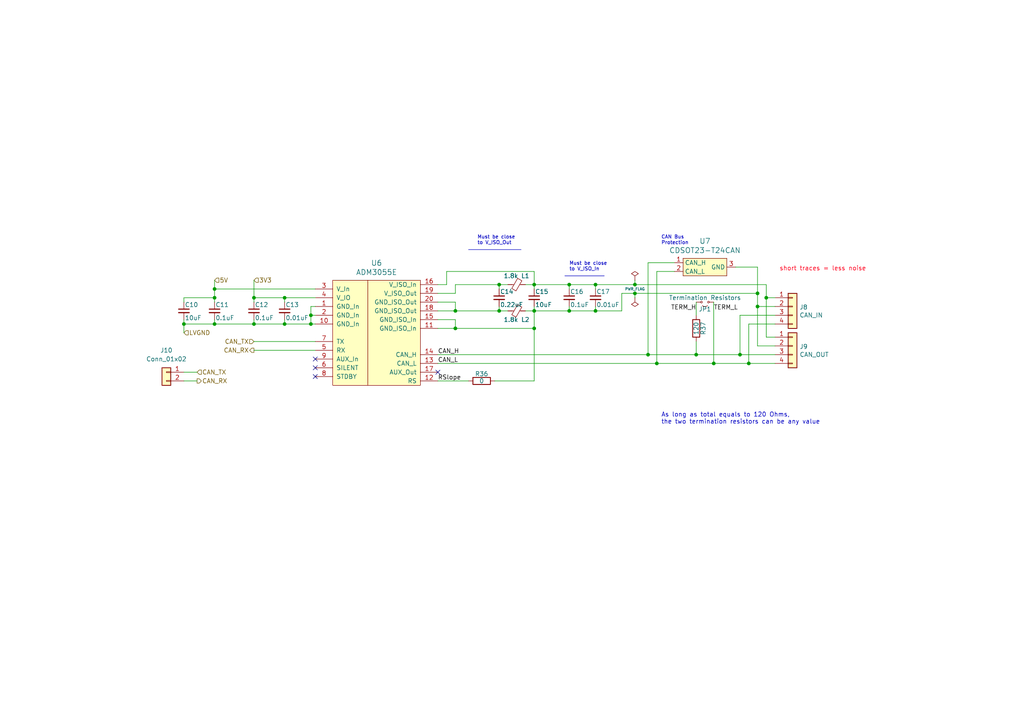
<source format=kicad_sch>
(kicad_sch (version 20250114) (generator "eeschema") (generator_version "9.0")
  (paper "A4")
  (lib_symbols
    (symbol "Connector_Generic:Conn_01x02" (pin_names (offset 1.016) (hide yes))
      (property "Reference" "J" (at 0 2.54 0))
      (property "Value" "Conn_01x02" (at 0 -5.08 0))
      (symbol "Conn_01x02_1_1"
        (rectangle (start -1.27 1.27) (end 1.27 -3.81) (stroke (width 0.254)) (fill (type background)))
        (rectangle (start -1.27 0.127) (end 0 -0.127) (stroke (width 0.1524)))
        (rectangle (start -1.27 -2.413) (end 0 -2.667) (stroke (width 0.1524)))
        (pin passive line (at -5.08 0 0) (length 3.81) (name "Pin_1") (number "1"))
        (pin passive line (at -5.08 -2.54 0) (length 3.81) (name "Pin_2") (number "2"))
      )
    )
    (symbol "Connector_Generic:Conn_01x04" (pin_names (offset 1.016) (hide yes))
      (property "Reference" "J" (at 0 5.08 0))
      (property "Value" "Conn_01x04" (at 0 -7.62 0))
      (symbol "Conn_01x04_1_1"
        (rectangle (start -1.27 3.81) (end 1.27 -6.35) (stroke (width 0.254)) (fill (type background)))
        (rectangle (start -1.27 2.667) (end 0 2.413) (stroke (width 0.1524)))
        (rectangle (start -1.27 0.127) (end 0 -0.127) (stroke (width 0.1524)))
        (rectangle (start -1.27 -2.413) (end 0 -2.667) (stroke (width 0.1524)))
        (rectangle (start -1.27 -4.953) (end 0 -5.207) (stroke (width 0.1524)))
        (pin passive line (at -5.08 2.54 0) (length 3.81) (name "Pin_1") (number "1"))
        (pin passive line (at -5.08 0 0) (length 3.81) (name "Pin_2") (number "2"))
        (pin passive line (at -5.08 -2.54 0) (length 3.81) (name "Pin_3") (number "3"))
        (pin passive line (at -5.08 -5.08 0) (length 3.81) (name "Pin_4") (number "4"))
      )
    )
    (symbol "Device:C_Small" (pin_numbers (hide yes)) (pin_names (offset 0.254) (hide yes))
      (property "Reference" "C" (at 0.254 1.778 0))
      (property "Value" "C_Small" (at 0.254 -2.032 0))
      (symbol "C_Small_0_1"
        (polyline (pts (xy -1.524 0.508) (xy 1.524 0.508)) (stroke (width 0.3048)))
        (polyline (pts (xy -1.524 -0.508) (xy 1.524 -0.508)) (stroke (width 0.3302)))
      )
      (symbol "C_Small_1_1"
        (pin passive line (at 0 2.54 270) (length 2.032) (name "~") (number "1"))
        (pin passive line (at 0 -2.54 90) (length 2.032) (name "~") (number "2"))
      )
    )
    (symbol "Device:FerriteBead_Small" (pin_numbers (hide yes)) (pin_names (offset 0))
      (property "Reference" "FB" (at 1.905 1.27 0))
      (property "Value" "FerriteBead_Small" (at 1.905 -1.27 0))
      (symbol "FerriteBead_Small_0_1"
        (polyline (pts (xy -1.8288 0.2794) (xy -1.1176 1.4986) (xy 1.8288 -0.2032) (xy 1.1176 -1.4224) (xy -1.8288 0.2794)))
        (polyline (pts (xy 0 0.889) (xy 0 1.2954)))
        (polyline (pts (xy 0 -1.27) (xy 0 -0.7874)))
      )
      (symbol "FerriteBead_Small_1_1"
        (pin passive line (at 0 2.54 270) (length 1.27) (name "~") (number "1"))
        (pin passive line (at 0 -2.54 90) (length 1.27) (name "~") (number "2"))
      )
    )
    (symbol "Device:R" (pin_numbers (hide yes)) (pin_names (offset 0))
      (property "Reference" "R" (at 2.032 0 90))
      (property "Value" "R" (at 0 0 90))
      (symbol "R_0_1"
        (rectangle (start -1.016 -2.54) (end 1.016 2.54) (stroke (width 0.254)))
      )
      (symbol "R_1_1"
        (pin passive line (at 0 3.81 270) (length 1.27) (name "~") (number "1"))
        (pin passive line (at 0 -3.81 90) (length 1.27) (name "~") (number "2"))
      )
    )
    (symbol "Jumper:Jumper_2_Small_Open" (pin_numbers (hide yes)) (pin_names (offset 0) (hide yes)) (exclude_from_sim yes)
      (property "Reference" "JP" (at 0 2.794 0))
      (property "Value" "Jumper_2_Small_Open" (at 0 -2.286 0))
      (symbol "Jumper_2_Small_Open_0_0"
        (circle (center -1.016 0) (radius 0.254))
        (circle (center 1.016 0) (radius 0.254))
      )
      (symbol "Jumper_2_Small_Open_0_1"
        (arc (start -0.762 1.0196) (mid 0 1.2729) (end 0.762 1.0196))
      )
      (symbol "Jumper_2_Small_Open_1_1"
        (pin passive line (at -2.54 0 0) (length 1.27) (name "A") (number "1"))
        (pin passive line (at 2.54 0 180) (length 1.27) (name "B") (number "2"))
      )
    )
    (symbol "power:PWR_FLAG" (power) (pin_numbers (hide yes)) (pin_names (offset 0) (hide yes))
      (property "Value" "PWR_FLAG" (at 0 3.81 0))
      (symbol "PWR_FLAG_0_0"
        (pin power_out line (at 0 0 90) (length 0) (name "~") (number "1"))
      )
      (symbol "PWR_FLAG_0_1"
        (polyline (pts (xy 0 0) (xy 0 1.27) (xy -1.016 1.905) (xy 0 2.54) (xy 1.016 1.905) (xy 0 1.27)))
      )
    )
    (symbol "utsvt-chips:ADM3055E" (pin_names (offset 1.016))
      (property "Reference" "U" (at 0 16.51 0))
      (property "Value" "ADM3055E" (at 5.08 -2.54 0))
      (symbol "ADM3055E_0_1"
        (rectangle (start -12.7 15.24) (end 12.7 -15.24) (fill (type background)))
        (polyline (pts (xy -2.54 15.24) (xy -2.54 -15.24)))
      )
      (symbol "ADM3055E_1_1"
        (pin power_in line (at -17.78 12.7 0) (length 5.08) (name "V_In") (number "3"))
        (pin power_in line (at -17.78 10.16 0) (length 5.08) (name "V_IO") (number "4"))
        (pin power_in line (at -17.78 7.62 0) (length 5.08) (name "GND_In") (number "1"))
        (pin power_in line (at -17.78 5.08 0) (length 5.08) (name "GND_In") (number "2"))
        (pin power_in line (at -17.78 2.54 0) (length 5.08) (name "GND_In") (number "10"))
        (pin input line (at -17.78 -2.54 0) (length 5.08) (name "TX") (number "7"))
        (pin output line (at -17.78 -5.08 0) (length 5.08) (name "RX") (number "5"))
        (pin input line (at -17.78 -7.62 0) (length 5.08) (name "AUX_In") (number "9"))
        (pin input line (at -17.78 -10.16 0) (length 5.08) (name "SILENT") (number "6"))
        (pin input line (at -17.78 -12.7 0) (length 5.08) (name "STDBY") (number "8"))
        (pin power_in line (at 17.78 13.97 180) (length 5.08) (name "V_ISO_In") (number "16"))
        (pin power_out line (at 17.78 11.43 180) (length 5.08) (name "V_ISO_Out") (number "19"))
        (pin power_out line (at 17.78 8.89 180) (length 5.08) (name "GND_ISO_Out") (number "20"))
        (pin power_out line (at 17.78 6.35 180) (length 5.08) (name "GND_ISO_Out") (number "18"))
        (pin power_in line (at 17.78 3.81 180) (length 5.08) (name "GND_ISO_In") (number "15"))
        (pin power_in line (at 17.78 1.27 180) (length 5.08) (name "GND_ISO_In") (number "11"))
        (pin bidirectional line (at 17.78 -6.35 180) (length 5.08) (name "CAN_H") (number "14"))
        (pin bidirectional line (at 17.78 -8.89 180) (length 5.08) (name "CAN_L") (number "13"))
        (pin output line (at 17.78 -11.43 180) (length 5.08) (name "AUX_Out") (number "17"))
        (pin input line (at 17.78 -13.97 180) (length 5.08) (name "RS") (number "12"))
      )
    )
    (symbol "utsvt-chips:CDSOT23-T24CAN"
      (property "Reference" "U" (at 0 -3.81 0))
      (property "Value" "CDSOT23-T24CAN" (at 0 3.81 0))
      (symbol "CDSOT23-T24CAN_0_1"
        (rectangle (start 6.35 2.54) (end -6.35 -2.54) (fill (type background)))
      )
      (symbol "CDSOT23-T24CAN_1_1"
        (pin passive line (at -8.89 1.27 0) (length 2.54) (name "CAN_H") (number "1"))
        (pin passive line (at -8.89 -1.27 0) (length 2.54) (name "CAN_L") (number "2"))
        (pin passive line (at 8.89 0 180) (length 2.54) (name "GND") (number "3"))
      )
    )
  )
  (text "As long as total equals to 120 Ohms,\nthe two termination resistors can be any value" (at 191.77 123.19 0) (effects (font (size 1.27 1.27)) (justify left bottom)))
  (text "short traces = less noise" (at 226.06 78.74 0) (effects (font (size 1.27 1.27)) (justify left bottom)))
  (text "Must be close\nto V_ISO_Out" (at 138.43 71.12 0) (effects (font (size 1.016 1.016)) (justify left bottom)))
  (text "Must be close\nto V_ISO_In" (at 165.1 78.74 0) (effects (font (size 1.016 1.016)) (justify left bottom)))
  (text "CAN Bus\nProtection" (at 191.77 71.12 0) (effects (font (size 1.016 1.016)) (justify left bottom)))
  (junction (at 73.66 86.36))
  (junction (at 90.17 93.98))
  (junction (at 82.55 93.98))
  (junction (at 132.08 90.17))
  (junction (at 62.23 86.36))
  (junction (at 217.17 105.41))
  (junction (at 219.71 85.09))
  (junction (at 154.94 95.25))
  (junction (at 214.63 102.87))
  (junction (at 165.1 82.55))
  (junction (at 62.23 93.98))
  (junction (at 184.15 82.55))
  (junction (at 73.66 93.98))
  (junction (at 53.34 93.98))
  (junction (at 172.72 90.17))
  (junction (at 82.55 86.36))
  (junction (at 62.23 83.82))
  (junction (at 219.71 88.9))
  (junction (at 201.93 102.87))
  (junction (at 154.94 82.55))
  (junction (at 172.72 82.55))
  (junction (at 187.96 102.87))
  (junction (at 144.78 90.17))
  (junction (at 222.25 86.36))
  (junction (at 184.15 85.09))
  (junction (at 190.5 105.41))
  (junction (at 207.01 105.41))
  (junction (at 154.94 90.17))
  (junction (at 144.78 82.55))
  (junction (at 165.1 90.17))
  (junction (at 90.17 91.44))
  (junction (at 132.08 95.25))
  (no_connect (at 127 107.95))
  (no_connect (at 91.44 109.22))
  (no_connect (at 91.44 106.68))
  (no_connect (at 91.44 104.14))
  (wire (pts (xy 222.25 86.36) (xy 222.25 97.79)))
  (wire (pts (xy 224.79 86.36) (xy 222.25 86.36)))
  (wire (pts (xy 154.94 90.17) (xy 165.1 90.17)))
  (wire (pts (xy 129.54 78.74) (xy 154.94 78.74)))
  (wire (pts (xy 53.34 86.36) (xy 62.23 86.36)))
  (wire (pts (xy 62.23 81.28) (xy 62.23 83.82)))
  (wire (pts (xy 195.58 78.74) (xy 190.5 78.74)))
  (wire (pts (xy 132.08 85.09) (xy 127 85.09)))
  (wire (pts (xy 172.72 82.55) (xy 184.15 82.55)))
  (wire (pts (xy 53.34 93.98) (xy 62.23 93.98)))
  (wire (pts (xy 143.51 110.49) (xy 154.94 110.49)))
  (wire (pts (xy 82.55 93.98) (xy 90.17 93.98)))
  (wire (pts (xy 62.23 93.98) (xy 73.66 93.98)))
  (wire (pts (xy 90.17 88.9) (xy 90.17 91.44)))
  (wire (pts (xy 129.54 78.74) (xy 129.54 82.55)))
  (wire (pts (xy 53.34 93.98) (xy 53.34 96.52)))
  (wire (pts (xy 144.78 83.82) (xy 144.78 82.55)))
  (wire (pts (xy 201.93 87.63) (xy 201.93 91.44)))
  (wire (pts (xy 90.17 91.44) (xy 90.17 93.98)))
  (wire (pts (xy 53.34 93.98) (xy 53.34 92.71)))
  (wire (pts (xy 207.01 105.41) (xy 217.17 105.41)))
  (wire (pts (xy 82.55 86.36) (xy 91.44 86.36)))
  (wire (pts (xy 172.72 88.9) (xy 172.72 90.17)))
  (wire (pts (xy 154.94 88.9) (xy 154.94 90.17)))
  (wire (pts (xy 62.23 83.82) (xy 62.23 86.36)))
  (wire (pts (xy 219.71 77.47) (xy 219.71 85.09)))
  (wire (pts (xy 207.01 87.63) (xy 207.01 105.41)))
  (wire (pts (xy 132.08 82.55) (xy 132.08 85.09)))
  (wire (pts (xy 214.63 91.44) (xy 214.63 102.87)))
  (wire (pts (xy 154.94 82.55) (xy 154.94 83.82)))
  (wire (pts (xy 90.17 91.44) (xy 91.44 91.44)))
  (wire (pts (xy 165.1 90.17) (xy 172.72 90.17)))
  (wire (pts (xy 154.94 78.74) (xy 154.94 82.55)))
  (wire (pts (xy 132.08 87.63) (xy 127 87.63)))
  (wire (pts (xy 144.78 90.17) (xy 144.78 88.9)))
  (wire (pts (xy 62.23 86.36) (xy 62.23 87.63)))
  (wire (pts (xy 184.15 86.36) (xy 184.15 85.09)))
  (wire (pts (xy 187.96 102.87) (xy 201.93 102.87)))
  (wire (pts (xy 132.08 95.25) (xy 154.94 95.25)))
  (wire (pts (xy 144.78 90.17) (xy 147.32 90.17)))
  (wire (pts (xy 222.25 97.79) (xy 224.79 97.79)))
  (wire (pts (xy 201.93 102.87) (xy 201.93 99.06)))
  (wire (pts (xy 57.15 107.95) (xy 53.34 107.95)))
  (wire (pts (xy 213.36 77.47) (xy 219.71 77.47)))
  (wire (pts (xy 135.89 110.49) (xy 127 110.49)))
  (wire (pts (xy 184.15 85.09) (xy 219.71 85.09)))
  (wire (pts (xy 132.08 92.71) (xy 127 92.71)))
  (wire (pts (xy 144.78 82.55) (xy 147.32 82.55)))
  (wire (pts (xy 214.63 102.87) (xy 224.79 102.87)))
  (wire (pts (xy 154.94 82.55) (xy 165.1 82.55)))
  (wire (pts (xy 219.71 88.9) (xy 219.71 100.33)))
  (wire (pts (xy 132.08 82.55) (xy 144.78 82.55)))
  (polyline (pts (xy 135.89 72.39) (xy 151.13 72.39)))
  (wire (pts (xy 190.5 105.41) (xy 207.01 105.41)))
  (wire (pts (xy 219.71 100.33) (xy 224.79 100.33)))
  (wire (pts (xy 73.66 92.71) (xy 73.66 93.98)))
  (polyline (pts (xy 163.83 80.01) (xy 175.26 80.01)))
  (wire (pts (xy 152.4 90.17) (xy 154.94 90.17)))
  (wire (pts (xy 127 105.41) (xy 190.5 105.41)))
  (wire (pts (xy 62.23 92.71) (xy 62.23 93.98)))
  (wire (pts (xy 217.17 93.98) (xy 217.17 105.41)))
  (wire (pts (xy 165.1 88.9) (xy 165.1 90.17)))
  (wire (pts (xy 132.08 90.17) (xy 144.78 90.17)))
  (wire (pts (xy 172.72 90.17) (xy 180.34 90.17)))
  (wire (pts (xy 90.17 93.98) (xy 91.44 93.98)))
  (wire (pts (xy 127 90.17) (xy 132.08 90.17)))
  (wire (pts (xy 224.79 91.44) (xy 214.63 91.44)))
  (wire (pts (xy 187.96 76.2) (xy 187.96 102.87)))
  (wire (pts (xy 180.34 90.17) (xy 180.34 85.09)))
  (wire (pts (xy 73.66 101.6) (xy 91.44 101.6)))
  (wire (pts (xy 132.08 87.63) (xy 132.08 90.17)))
  (wire (pts (xy 62.23 83.82) (xy 91.44 83.82)))
  (wire (pts (xy 180.34 85.09) (xy 184.15 85.09)))
  (wire (pts (xy 219.71 85.09) (xy 219.71 88.9)))
  (wire (pts (xy 82.55 86.36) (xy 82.55 87.63)))
  (wire (pts (xy 129.54 82.55) (xy 127 82.55)))
  (wire (pts (xy 165.1 82.55) (xy 172.72 82.55)))
  (wire (pts (xy 152.4 82.55) (xy 154.94 82.55)))
  (wire (pts (xy 222.25 82.55) (xy 222.25 86.36)))
  (wire (pts (xy 53.34 86.36) (xy 53.34 87.63)))
  (wire (pts (xy 217.17 105.41) (xy 224.79 105.41)))
  (wire (pts (xy 224.79 88.9) (xy 219.71 88.9)))
  (wire (pts (xy 127 95.25) (xy 132.08 95.25)))
  (wire (pts (xy 172.72 83.82) (xy 172.72 82.55)))
  (wire (pts (xy 195.58 76.2) (xy 187.96 76.2)))
  (wire (pts (xy 73.66 87.63) (xy 73.66 86.36)))
  (wire (pts (xy 73.66 99.06) (xy 91.44 99.06)))
  (wire (pts (xy 201.93 102.87) (xy 214.63 102.87)))
  (wire (pts (xy 57.15 110.49) (xy 53.34 110.49)))
  (wire (pts (xy 224.79 93.98) (xy 217.17 93.98)))
  (wire (pts (xy 154.94 90.17) (xy 154.94 95.25)))
  (wire (pts (xy 127 102.87) (xy 187.96 102.87)))
  (wire (pts (xy 132.08 92.71) (xy 132.08 95.25)))
  (wire (pts (xy 190.5 78.74) (xy 190.5 105.41)))
  (wire (pts (xy 73.66 86.36) (xy 82.55 86.36)))
  (wire (pts (xy 73.66 93.98) (xy 82.55 93.98)))
  (wire (pts (xy 91.44 88.9) (xy 90.17 88.9)))
  (wire (pts (xy 154.94 110.49) (xy 154.94 95.25)))
  (wire (pts (xy 184.15 82.55) (xy 184.15 81.28)))
  (wire (pts (xy 184.15 82.55) (xy 222.25 82.55)))
  (wire (pts (xy 165.1 83.82) (xy 165.1 82.55)))
  (wire (pts (xy 73.66 81.28) (xy 73.66 86.36)))
  (wire (pts (xy 82.55 93.98) (xy 82.55 92.71)))
  (label "RSlope" (at 127 110.49 0))
  (label "TERM_H" (at 201.93 90.17 180))
  (label "CAN_H" (at 127 102.87 0))
  (label "CAN_L" (at 127 105.41 0))
  (label "TERM_L" (at 207.01 90.17 0))
  (hierarchical_label "CAN_TX" (shape input) (at 57.15 107.95 0))
  (hierarchical_label "CAN_RX" (shape output) (at 73.66 101.6 180))
  (hierarchical_label "3V3" (shape input) (at 73.66 81.28 0))
  (hierarchical_label "LVGND" (shape input) (at 53.34 96.52 0))
  (hierarchical_label "5V" (shape input) (at 62.23 81.28 0))
  (hierarchical_label "CAN_RX" (shape output) (at 57.15 110.49 0))
  (hierarchical_label "CAN_TX" (shape input) (at 73.66 99.06 180))
  (symbol (lib_id "Connector_Generic:Conn_01x04") (at 229.87 100.33 0) (unit 1)
    (property "Reference" "J9" (at 231.902 100.5332 0) (effects (justify left)))
    (property "Value" "CAN_OUT" (at 231.902 102.8446 0) (effects (justify left)))
    (property "Footprint" "utsvt-conn:Molex_MicroFit3.0_1x4xP3.00mm_PolarizingPeg_Vertical" (effects (hide yes)))
    (property "Description" "Generic connector, single row, 01x04, script generated (kicad-library-utils/schlib/autogen/connector/)" (effects (hide yes)))
    (property "P/N" "436500244" (effects (hide yes)))
  )
  (symbol (lib_id "Jumper:Jumper_2_Small_Open") (at 204.47 87.63 180) (unit 1)
    (property "Reference" "JP1" (at 204.47 89.662 0))
    (property "Value" "Termination Resistors" (at 204.47 86.36 0))
    (property "Footprint" "Connector_PinHeader_2.54mm:PinHeader_1x02_P2.54mm_Vertical" (effects (hide yes)))
    (property "Datasheet" "https://www.molex.com/en-us/products/part-detail/436500215" (effects (hide yes)))
  )
  (symbol (lib_id "Device:C_Small") (at 82.55 90.17 0) (unit 1)
    (property "Reference" "C13" (at 82.804 88.392 0) (effects (justify left)))
    (property "Value" "0.01uF" (at 82.804 92.202 0) (effects (justify left)))
    (property "Footprint" "Capacitor_SMD:C_0805_2012Metric" (effects (hide yes)))
    (property "Datasheet" "https://www.mouser.com/ProductDetail/KEMET/C0805C103J5RACTU?qs=Onq5MIl0ZjiJ615hCkQQ7A%3D%3D" (effects (hide yes)))
    (property "Description" "Unpolarized capacitor, small symbol" (effects (hide yes)))
    (property "P/N" "C0805C103J5RACTU" (effects (hide yes)))
  )
  (symbol (lib_id "utsvt-chips:ADM3055E") (at 109.22 96.52 0) (unit 1)
    (property "Reference" "U6" (at 109.22 76.2762 0) (effects (font (size 1.524 1.524))))
    (property "Value" "ADM3055E" (at 109.22 78.9686 0) (effects (font (size 1.524 1.524))))
    (property "Footprint" "utsvt-ics:SOIC-20W_7.5x15.4mm_Pitch1.27mm" (effects (hide yes)))
    (property "Datasheet" "https://www.analog.com/media/en/technical-documentation/data-sheets/ADM3055E-3057E.pdf" (effects (hide yes)))
    (property "P/N" "ADM3055E" (effects (hide yes)))
  )
  (symbol (lib_id "power:PWR_FLAG") (at 184.15 81.28 0) (unit 1)
    (property "Reference" "#FLG04" (effects (hide yes)))
    (property "Value" "PWR_FLAG" (at 184.15 83.82 0) (effects (font (size 0.762 0.762))))
    (property "Description" "Special symbol for telling ERC where power comes from" (effects (hide yes)))
  )
  (symbol (lib_id "Device:C_Small") (at 172.72 86.36 0) (unit 1)
    (property "Reference" "C17" (at 172.974 84.582 0) (effects (justify left)))
    (property "Value" "0.01uF" (at 172.974 88.392 0) (effects (justify left)))
    (property "Footprint" "Capacitor_SMD:C_0805_2012Metric" (effects (hide yes)))
    (property "Datasheet" "https://www.mouser.com/ProductDetail/KEMET/C0805C103J5RACTU?qs=Onq5MIl0ZjiJ615hCkQQ7A%3D%3D" (effects (hide yes)))
    (property "Description" "Unpolarized capacitor, small symbol" (effects (hide yes)))
    (property "P/N" "C0805C103J5RACTU" (effects (hide yes)))
  )
  (symbol (lib_id "utsvt-chips:CDSOT23-T24CAN") (at 204.47 77.47 0) (unit 1)
    (property "Reference" "U7" (at 204.47 69.9262 0) (effects (font (size 1.524 1.524))))
    (property "Value" "CDSOT23-T24CAN" (at 204.47 72.6186 0) (effects (font (size 1.524 1.524))))
    (property "Footprint" "Package_TO_SOT_SMD:SOT-23-3" (effects (hide yes)))
    (property "Datasheet" "https://www.mouser.com/ProductDetail/Bourns/CDSOT23-T24CAN?qs=Z7P4xsdcg2LuAOb%2FzQ7xoQ%3D%3D&srsltid=AfmBOoo-PAeiWAfgofEpaXl2YTbs5tzVBFt4xpFaZPxBSWl1qHW5CPZ0" (effects (hide yes)))
    (property "Mouser Part Number" "652-CDSOT23-T24CAN " (effects (hide yes)))
    (property "P/N" "CDSOT23-T24CAN " (effects (hide yes)))
  )
  (symbol (lib_id "Device:R") (at 139.7 110.49 90) (unit 1)
    (property "Reference" "R36" (at 139.7 108.458 90))
    (property "Value" "0" (at 139.7 110.49 90))
    (property "Footprint" "Resistor_SMD:R_0805_2012Metric" (effects (hide yes)))
    (property "Datasheet" "https://www.mouser.in/ProductDetail/Vishay-Dale/CRCW08050000Z0EAC?qs=E3Y5ESvWgWMnvHb9ZvShmA%3D%3D" (effects (hide yes)))
    (property "Description" "Resistor" (effects (hide yes)))
    (property "Mouser Part Number" "71-CRCW08050000Z0EAC " (effects (hide yes)))
    (property "P/N" "CRCW08050000Z0EAC " (effects (hide yes)))
  )
  (symbol (lib_id "Device:C_Small") (at 53.34 90.17 0) (unit 1)
    (property "Reference" "C10" (at 53.594 88.392 0) (effects (justify left)))
    (property "Value" "10uF" (at 53.594 92.202 0) (effects (justify left)))
    (property "Footprint" "Capacitor_SMD:C_0805_2012Metric" (effects (hide yes)))
    (property "Datasheet" "https://www.mouser.com/ProductDetail/TAIYO-YUDEN/TMK212BBJ106MGHT?qs=sGAEpiMZZMsh%252B1woXyUXj6Ion9DcW8uk%2FCsbgn7gICc%3D" (effects (hide yes)))
    (property "Description" "Unpolarized capacitor, small symbol" (effects (hide yes)))
    (property "Mouser Part Number" "963-TMK212BBJ106MGHT" (effects (hide yes)))
    (property "P/N" "TMK212BBJ106MGHT" (effects (hide yes)))
  )
  (symbol (lib_id "Device:C_Small") (at 73.66 90.17 0) (unit 1)
    (property "Reference" "C12" (at 73.914 88.392 0) (effects (justify left)))
    (property "Value" "0.1uF" (at 73.914 92.202 0) (effects (justify left)))
    (property "Footprint" "Capacitor_SMD:C_0805_2012Metric" (effects (hide yes)))
    (property "Datasheet" "https://www.mouser.com/ProductDetail/KEMET/C0805C104M5RACTU?qs=VOOUd%252Bza08qHu13WgNByHQ%3D%3D" (effects (hide yes)))
    (property "Description" "Unpolarized capacitor, small symbol" (effects (hide yes)))
    (property "Mouser Part Number" "80-C0805C104M5R" (effects (hide yes)))
    (property "P/N" "C0805C104M5R" (effects (hide yes)))
  )
  (symbol (lib_id "Device:C_Small") (at 62.23 90.17 0) (unit 1)
    (property "Reference" "C11" (at 62.484 88.392 0) (effects (justify left)))
    (property "Value" "0.1uF" (at 62.484 92.202 0) (effects (justify left)))
    (property "Footprint" "Capacitor_SMD:C_0805_2012Metric" (effects (hide yes)))
    (property "Datasheet" "https://www.mouser.com/ProductDetail/KEMET/C0805C104M5RACTU?qs=VOOUd%252Bza08qHu13WgNByHQ%3D%3D" (effects (hide yes)))
    (property "Description" "Unpolarized capacitor, small symbol" (effects (hide yes)))
    (property "Mouser Part Number" "80-C0805C104M5R" (effects (hide yes)))
    (property "P/N" "C0805C104M5R" (effects (hide yes)))
  )
  (symbol (lib_id "Device:C_Small") (at 144.78 86.36 0) (unit 1)
    (property "Reference" "C14" (at 145.034 84.582 0) (effects (justify left)))
    (property "Value" "0.22uF" (at 145.034 88.392 0) (effects (justify left)))
    (property "Footprint" "Capacitor_SMD:C_0805_2012Metric" (effects (hide yes)))
    (property "Datasheet" "https://www.mouser.com/ProductDetail/KEMET/C0805C224J1RECTU?qs=55YtniHzbhA8coEmCgZh4A%3D%3D&srsltid=AfmBOope8E98p1TAxytK4MEkGo55JjU107N1pzX-xa8_vzbWYaq6BWq_" (effects (hide yes)))
    (property "Description" "Unpolarized capacitor, small symbol" (effects (hide yes)))
    (property "Mouser Part Number" "80-C0805C224J1RECTU" (effects (hide yes)))
    (property "P/N" "C0805C224J1RECTU" (effects (hide yes)))
  )
  (symbol (lib_id "Connector_Generic:Conn_01x02") (at 48.26 107.95 0) (mirror y) (unit 1)
    (property "Reference" "J10" (at 48.26 101.6 0))
    (property "Value" "Conn_01x02" (at 48.26 104.14 0))
    (property "Footprint" "Connector_PinHeader_2.54mm:PinHeader_1x02_P2.54mm_Vertical" (effects (hide yes)))
    (property "Description" "Generic connector, single row, 01x02, script generated (kicad-library-utils/schlib/autogen/connector/)" (effects (hide yes)))
  )
  (symbol (lib_id "Device:FerriteBead_Small") (at 149.86 90.17 270) (unit 1)
    (property "Reference" "L2" (at 151.13 92.71 90) (effects (justify left)))
    (property "Value" "1.8k" (at 146.05 92.71 90) (effects (justify left)))
    (property "Footprint" "Inductor_SMD:L_0805_2012Metric" (effects (hide yes)))
    (property "Datasheet" "https://www.mouser.com/ProductDetail/Wurth-Elektronik/742792090?qs=5twSNpOB8IB2sNFtiBxEew%3D%3D" (effects (hide yes)))
    (property "Mouser Part Number" "710-742792090" (effects (hide yes)))
    (property "P/N" " 742792090" (effects (hide yes)))
  )
  (symbol (lib_id "power:PWR_FLAG") (at 184.15 86.36 180) (unit 1)
    (property "Reference" "#FLG05" (effects (hide yes)))
    (property "Value" "PWR_FLAG" (effects (hide yes)))
    (property "Description" "Special symbol for telling ERC where power comes from" (effects (hide yes)))
  )
  (symbol (lib_id "Device:C_Small") (at 165.1 86.36 0) (unit 1)
    (property "Reference" "C16" (at 165.354 84.582 0) (effects (justify left)))
    (property "Value" "0.1uF" (at 165.354 88.392 0) (effects (justify left)))
    (property "Footprint" "Capacitor_SMD:C_0805_2012Metric" (effects (hide yes)))
    (property "Datasheet" "https://www.mouser.com/ProductDetail/KEMET/C0805C104M5RACTU?qs=VOOUd%252Bza08qHu13WgNByHQ%3D%3D" (effects (hide yes)))
    (property "Description" "Unpolarized capacitor, small symbol" (effects (hide yes)))
    (property "Mouser Part Number" "80-C0805C104M5R" (effects (hide yes)))
    (property "P/N" "C0805C104M5R" (effects (hide yes)))
  )
  (symbol (lib_id "Connector_Generic:Conn_01x04") (at 229.87 88.9 0) (unit 1)
    (property "Reference" "J8" (at 231.8766 89.1032 0) (effects (justify left)))
    (property "Value" "CAN_IN" (at 231.8766 91.4146 0) (effects (justify left)))
    (property "Footprint" "utsvt-conn:Molex_MicroFit3.0_1x4xP3.00mm_PolarizingPeg_Vertical" (effects (hide yes)))
    (property "Description" "Generic connector, single row, 01x04, script generated (kicad-library-utils/schlib/autogen/connector/)" (effects (hide yes)))
    (property "P/N" "436500244" (effects (hide yes)))
  )
  (symbol (lib_id "Device:C_Small") (at 154.94 86.36 0) (unit 1)
    (property "Reference" "C15" (at 155.194 84.582 0) (effects (justify left)))
    (property "Value" "10uF" (at 155.194 88.392 0) (effects (justify left)))
    (property "Footprint" "Capacitor_SMD:C_0805_2012Metric" (effects (hide yes)))
    (property "Datasheet" "https://www.mouser.com/ProductDetail/TAIYO-YUDEN/TMK212BBJ106MGHT?qs=sGAEpiMZZMsh%252B1woXyUXj6Ion9DcW8uk%2FCsbgn7gICc%3D" (effects (hide yes)))
    (property "Description" "Unpolarized capacitor, small symbol" (effects (hide yes)))
    (property "Mouser Part Number" "963-TMK212BBJ106MGHT" (effects (hide yes)))
    (property "P/N" "TMK212BBJ106MGHT" (effects (hide yes)))
  )
  (symbol (lib_id "Device:FerriteBead_Small") (at 149.86 82.55 270) (unit 1)
    (property "Reference" "L1" (at 151.13 80.01 90) (effects (justify left)))
    (property "Value" "1.8k" (at 146.05 80.01 90) (effects (justify left)))
    (property "Footprint" "Inductor_SMD:L_0805_2012Metric" (effects (hide yes)))
    (property "Datasheet" "https://www.mouser.com/ProductDetail/Wurth-Elektronik/742792090?qs=5twSNpOB8IB2sNFtiBxEew%3D%3D" (effects (hide yes)))
    (property "Mouser Part Number" "710-742792090" (effects (hide yes)))
    (property "P/N" " 742792090" (effects (hide yes)))
  )
  (symbol (lib_id "Device:R") (at 201.93 95.25 0) (unit 1)
    (property "Reference" "R37" (at 203.962 95.25 90))
    (property "Value" "120" (at 201.93 95.25 90))
    (property "Footprint" "Resistor_SMD:R_0805_2012Metric" (effects (hide yes)))
    (property "Datasheet" "https://www.mouser.com/ProductDetail/71-CRCW0805120RFKEA" (effects (hide yes)))
    (property "Description" "Resistor" (effects (hide yes)))
    (property "P/N" "CRCW0805120RFKEA" (effects (hide yes)))
  )
)
</source>
